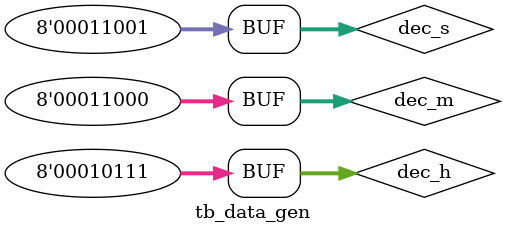
<source format=v>
`timescale 1ns / 1ps
module tb_data_gen();
    wire [7:0] dec_h;
    wire [7:0] dec_m;   
    wire [7:0] dec_s;
    
    wire [39:0] para_o;
    
    assign dec_h = 8'd23;
    assign dec_m = 8'd24;
    assign dec_s = 8'd25;
    
    //23 hours, 24 minutes, 25 seconds.

    data_gen 
    #(.HEADER(8'hcc))  //header 
    data_gen_inst
    (
        .dec_s  (dec_s  ),
        .dec_m  (dec_m  ),
        .dec_h  (dec_h  ),

        .para_o (para_o )
    );

endmodule

</source>
